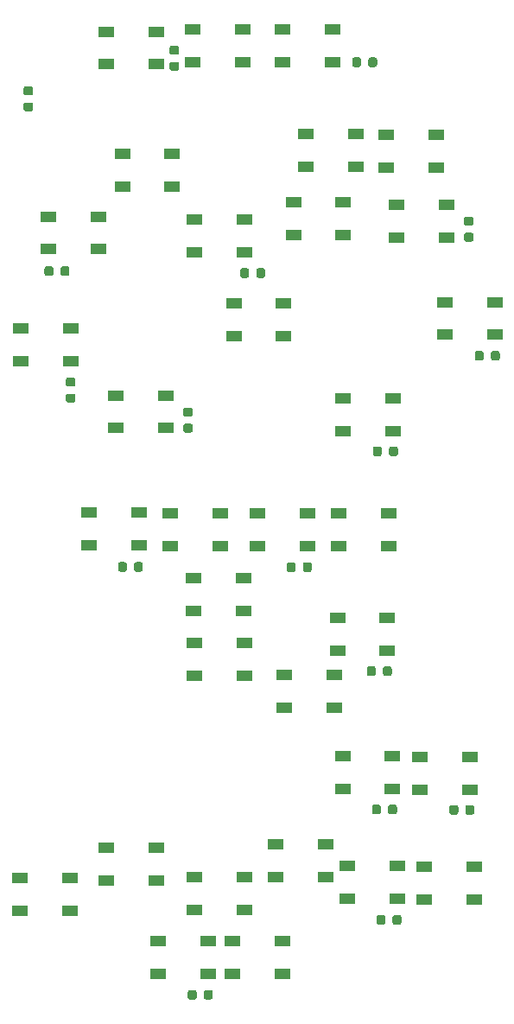
<source format=gbr>
%TF.GenerationSoftware,KiCad,Pcbnew,(5.1.6)-1*%
%TF.CreationDate,2020-12-18T20:13:03+11:00*%
%TF.ProjectId,SIM PWR PCB V2,53494d20-5057-4522-9050-43422056322e,rev?*%
%TF.SameCoordinates,Original*%
%TF.FileFunction,Paste,Top*%
%TF.FilePolarity,Positive*%
%FSLAX46Y46*%
G04 Gerber Fmt 4.6, Leading zero omitted, Abs format (unit mm)*
G04 Created by KiCad (PCBNEW (5.1.6)-1) date 2020-12-18 20:13:03*
%MOMM*%
%LPD*%
G01*
G04 APERTURE LIST*
%ADD10R,1.500000X1.000000*%
G04 APERTURE END LIST*
%TO.C,R1*%
G36*
G01*
X101074510Y-58823440D02*
X101587010Y-58823440D01*
G75*
G02*
X101805760Y-59042190I0J-218750D01*
G01*
X101805760Y-59479690D01*
G75*
G02*
X101587010Y-59698440I-218750J0D01*
G01*
X101074510Y-59698440D01*
G75*
G02*
X100855760Y-59479690I0J218750D01*
G01*
X100855760Y-59042190D01*
G75*
G02*
X101074510Y-58823440I218750J0D01*
G01*
G37*
G36*
G01*
X101074510Y-57248440D02*
X101587010Y-57248440D01*
G75*
G02*
X101805760Y-57467190I0J-218750D01*
G01*
X101805760Y-57904690D01*
G75*
G02*
X101587010Y-58123440I-218750J0D01*
G01*
X101074510Y-58123440D01*
G75*
G02*
X100855760Y-57904690I0J218750D01*
G01*
X100855760Y-57467190D01*
G75*
G02*
X101074510Y-57248440I218750J0D01*
G01*
G37*
%TD*%
%TO.C,C17*%
G36*
G01*
X137032380Y-139173930D02*
X137032380Y-138661430D01*
G75*
G02*
X137251130Y-138442680I218750J0D01*
G01*
X137688630Y-138442680D01*
G75*
G02*
X137907380Y-138661430I0J-218750D01*
G01*
X137907380Y-139173930D01*
G75*
G02*
X137688630Y-139392680I-218750J0D01*
G01*
X137251130Y-139392680D01*
G75*
G02*
X137032380Y-139173930I0J218750D01*
G01*
G37*
G36*
G01*
X135457380Y-139173930D02*
X135457380Y-138661430D01*
G75*
G02*
X135676130Y-138442680I218750J0D01*
G01*
X136113630Y-138442680D01*
G75*
G02*
X136332380Y-138661430I0J-218750D01*
G01*
X136332380Y-139173930D01*
G75*
G02*
X136113630Y-139392680I-218750J0D01*
G01*
X135676130Y-139392680D01*
G75*
G02*
X135457380Y-139173930I0J218750D01*
G01*
G37*
%TD*%
%TO.C,C16*%
G36*
G01*
X118536300Y-146509450D02*
X118536300Y-145996950D01*
G75*
G02*
X118755050Y-145778200I218750J0D01*
G01*
X119192550Y-145778200D01*
G75*
G02*
X119411300Y-145996950I0J-218750D01*
G01*
X119411300Y-146509450D01*
G75*
G02*
X119192550Y-146728200I-218750J0D01*
G01*
X118755050Y-146728200D01*
G75*
G02*
X118536300Y-146509450I0J218750D01*
G01*
G37*
G36*
G01*
X116961300Y-146509450D02*
X116961300Y-145996950D01*
G75*
G02*
X117180050Y-145778200I218750J0D01*
G01*
X117617550Y-145778200D01*
G75*
G02*
X117836300Y-145996950I0J-218750D01*
G01*
X117836300Y-146509450D01*
G75*
G02*
X117617550Y-146728200I-218750J0D01*
G01*
X117180050Y-146728200D01*
G75*
G02*
X116961300Y-146509450I0J218750D01*
G01*
G37*
%TD*%
%TO.C,C15*%
G36*
G01*
X111690800Y-104591830D02*
X111690800Y-104079330D01*
G75*
G02*
X111909550Y-103860580I218750J0D01*
G01*
X112347050Y-103860580D01*
G75*
G02*
X112565800Y-104079330I0J-218750D01*
G01*
X112565800Y-104591830D01*
G75*
G02*
X112347050Y-104810580I-218750J0D01*
G01*
X111909550Y-104810580D01*
G75*
G02*
X111690800Y-104591830I0J218750D01*
G01*
G37*
G36*
G01*
X110115800Y-104591830D02*
X110115800Y-104079330D01*
G75*
G02*
X110334550Y-103860580I218750J0D01*
G01*
X110772050Y-103860580D01*
G75*
G02*
X110990800Y-104079330I0J-218750D01*
G01*
X110990800Y-104591830D01*
G75*
G02*
X110772050Y-104810580I-218750J0D01*
G01*
X110334550Y-104810580D01*
G75*
G02*
X110115800Y-104591830I0J218750D01*
G01*
G37*
%TD*%
%TO.C,C14*%
G36*
G01*
X136590620Y-128356070D02*
X136590620Y-127843570D01*
G75*
G02*
X136809370Y-127624820I218750J0D01*
G01*
X137246870Y-127624820D01*
G75*
G02*
X137465620Y-127843570I0J-218750D01*
G01*
X137465620Y-128356070D01*
G75*
G02*
X137246870Y-128574820I-218750J0D01*
G01*
X136809370Y-128574820D01*
G75*
G02*
X136590620Y-128356070I0J218750D01*
G01*
G37*
G36*
G01*
X135015620Y-128356070D02*
X135015620Y-127843570D01*
G75*
G02*
X135234370Y-127624820I218750J0D01*
G01*
X135671870Y-127624820D01*
G75*
G02*
X135890620Y-127843570I0J-218750D01*
G01*
X135890620Y-128356070D01*
G75*
G02*
X135671870Y-128574820I-218750J0D01*
G01*
X135234370Y-128574820D01*
G75*
G02*
X135015620Y-128356070I0J218750D01*
G01*
G37*
%TD*%
%TO.C,C13*%
G36*
G01*
X144174860Y-128399250D02*
X144174860Y-127886750D01*
G75*
G02*
X144393610Y-127668000I218750J0D01*
G01*
X144831110Y-127668000D01*
G75*
G02*
X145049860Y-127886750I0J-218750D01*
G01*
X145049860Y-128399250D01*
G75*
G02*
X144831110Y-128618000I-218750J0D01*
G01*
X144393610Y-128618000D01*
G75*
G02*
X144174860Y-128399250I0J218750D01*
G01*
G37*
G36*
G01*
X142599860Y-128399250D02*
X142599860Y-127886750D01*
G75*
G02*
X142818610Y-127668000I218750J0D01*
G01*
X143256110Y-127668000D01*
G75*
G02*
X143474860Y-127886750I0J-218750D01*
G01*
X143474860Y-128399250D01*
G75*
G02*
X143256110Y-128618000I-218750J0D01*
G01*
X142818610Y-128618000D01*
G75*
G02*
X142599860Y-128399250I0J218750D01*
G01*
G37*
%TD*%
%TO.C,C12*%
G36*
G01*
X104490100Y-75612970D02*
X104490100Y-75100470D01*
G75*
G02*
X104708850Y-74881720I218750J0D01*
G01*
X105146350Y-74881720D01*
G75*
G02*
X105365100Y-75100470I0J-218750D01*
G01*
X105365100Y-75612970D01*
G75*
G02*
X105146350Y-75831720I-218750J0D01*
G01*
X104708850Y-75831720D01*
G75*
G02*
X104490100Y-75612970I0J218750D01*
G01*
G37*
G36*
G01*
X102915100Y-75612970D02*
X102915100Y-75100470D01*
G75*
G02*
X103133850Y-74881720I218750J0D01*
G01*
X103571350Y-74881720D01*
G75*
G02*
X103790100Y-75100470I0J-218750D01*
G01*
X103790100Y-75612970D01*
G75*
G02*
X103571350Y-75831720I-218750J0D01*
G01*
X103133850Y-75831720D01*
G75*
G02*
X102915100Y-75612970I0J218750D01*
G01*
G37*
%TD*%
%TO.C,C11*%
G36*
G01*
X136082420Y-114795010D02*
X136082420Y-114282510D01*
G75*
G02*
X136301170Y-114063760I218750J0D01*
G01*
X136738670Y-114063760D01*
G75*
G02*
X136957420Y-114282510I0J-218750D01*
G01*
X136957420Y-114795010D01*
G75*
G02*
X136738670Y-115013760I-218750J0D01*
G01*
X136301170Y-115013760D01*
G75*
G02*
X136082420Y-114795010I0J218750D01*
G01*
G37*
G36*
G01*
X134507420Y-114795010D02*
X134507420Y-114282510D01*
G75*
G02*
X134726170Y-114063760I218750J0D01*
G01*
X135163670Y-114063760D01*
G75*
G02*
X135382420Y-114282510I0J-218750D01*
G01*
X135382420Y-114795010D01*
G75*
G02*
X135163670Y-115013760I-218750J0D01*
G01*
X134726170Y-115013760D01*
G75*
G02*
X134507420Y-114795010I0J218750D01*
G01*
G37*
%TD*%
%TO.C,C10*%
G36*
G01*
X105737370Y-86655260D02*
X105224870Y-86655260D01*
G75*
G02*
X105006120Y-86436510I0J218750D01*
G01*
X105006120Y-85999010D01*
G75*
G02*
X105224870Y-85780260I218750J0D01*
G01*
X105737370Y-85780260D01*
G75*
G02*
X105956120Y-85999010I0J-218750D01*
G01*
X105956120Y-86436510D01*
G75*
G02*
X105737370Y-86655260I-218750J0D01*
G01*
G37*
G36*
G01*
X105737370Y-88230260D02*
X105224870Y-88230260D01*
G75*
G02*
X105006120Y-88011510I0J218750D01*
G01*
X105006120Y-87574010D01*
G75*
G02*
X105224870Y-87355260I218750J0D01*
G01*
X105737370Y-87355260D01*
G75*
G02*
X105956120Y-87574010I0J-218750D01*
G01*
X105956120Y-88011510D01*
G75*
G02*
X105737370Y-88230260I-218750J0D01*
G01*
G37*
%TD*%
%TO.C,C9*%
G36*
G01*
X122974720Y-75285890D02*
X122974720Y-75798390D01*
G75*
G02*
X122755970Y-76017140I-218750J0D01*
G01*
X122318470Y-76017140D01*
G75*
G02*
X122099720Y-75798390I0J218750D01*
G01*
X122099720Y-75285890D01*
G75*
G02*
X122318470Y-75067140I218750J0D01*
G01*
X122755970Y-75067140D01*
G75*
G02*
X122974720Y-75285890I0J-218750D01*
G01*
G37*
G36*
G01*
X124549720Y-75285890D02*
X124549720Y-75798390D01*
G75*
G02*
X124330970Y-76017140I-218750J0D01*
G01*
X123893470Y-76017140D01*
G75*
G02*
X123674720Y-75798390I0J218750D01*
G01*
X123674720Y-75285890D01*
G75*
G02*
X123893470Y-75067140I218750J0D01*
G01*
X124330970Y-75067140D01*
G75*
G02*
X124549720Y-75285890I0J-218750D01*
G01*
G37*
%TD*%
%TO.C,C8*%
G36*
G01*
X116720910Y-90301560D02*
X117233410Y-90301560D01*
G75*
G02*
X117452160Y-90520310I0J-218750D01*
G01*
X117452160Y-90957810D01*
G75*
G02*
X117233410Y-91176560I-218750J0D01*
G01*
X116720910Y-91176560D01*
G75*
G02*
X116502160Y-90957810I0J218750D01*
G01*
X116502160Y-90520310D01*
G75*
G02*
X116720910Y-90301560I218750J0D01*
G01*
G37*
G36*
G01*
X116720910Y-88726560D02*
X117233410Y-88726560D01*
G75*
G02*
X117452160Y-88945310I0J-218750D01*
G01*
X117452160Y-89382810D01*
G75*
G02*
X117233410Y-89601560I-218750J0D01*
G01*
X116720910Y-89601560D01*
G75*
G02*
X116502160Y-89382810I0J218750D01*
G01*
X116502160Y-88945310D01*
G75*
G02*
X116720910Y-88726560I218750J0D01*
G01*
G37*
%TD*%
%TO.C,C7*%
G36*
G01*
X128238900Y-104619770D02*
X128238900Y-104107270D01*
G75*
G02*
X128457650Y-103888520I218750J0D01*
G01*
X128895150Y-103888520D01*
G75*
G02*
X129113900Y-104107270I0J-218750D01*
G01*
X129113900Y-104619770D01*
G75*
G02*
X128895150Y-104838520I-218750J0D01*
G01*
X128457650Y-104838520D01*
G75*
G02*
X128238900Y-104619770I0J218750D01*
G01*
G37*
G36*
G01*
X126663900Y-104619770D02*
X126663900Y-104107270D01*
G75*
G02*
X126882650Y-103888520I218750J0D01*
G01*
X127320150Y-103888520D01*
G75*
G02*
X127538900Y-104107270I0J-218750D01*
G01*
X127538900Y-104619770D01*
G75*
G02*
X127320150Y-104838520I-218750J0D01*
G01*
X126882650Y-104838520D01*
G75*
G02*
X126663900Y-104619770I0J218750D01*
G01*
G37*
%TD*%
%TO.C,C6*%
G36*
G01*
X136676780Y-93273590D02*
X136676780Y-92761090D01*
G75*
G02*
X136895530Y-92542340I218750J0D01*
G01*
X137333030Y-92542340D01*
G75*
G02*
X137551780Y-92761090I0J-218750D01*
G01*
X137551780Y-93273590D01*
G75*
G02*
X137333030Y-93492340I-218750J0D01*
G01*
X136895530Y-93492340D01*
G75*
G02*
X136676780Y-93273590I0J218750D01*
G01*
G37*
G36*
G01*
X135101780Y-93273590D02*
X135101780Y-92761090D01*
G75*
G02*
X135320530Y-92542340I218750J0D01*
G01*
X135758030Y-92542340D01*
G75*
G02*
X135976780Y-92761090I0J-218750D01*
G01*
X135976780Y-93273590D01*
G75*
G02*
X135758030Y-93492340I-218750J0D01*
G01*
X135320530Y-93492340D01*
G75*
G02*
X135101780Y-93273590I0J218750D01*
G01*
G37*
%TD*%
%TO.C,C5*%
G36*
G01*
X146669140Y-83903530D02*
X146669140Y-83391030D01*
G75*
G02*
X146887890Y-83172280I218750J0D01*
G01*
X147325390Y-83172280D01*
G75*
G02*
X147544140Y-83391030I0J-218750D01*
G01*
X147544140Y-83903530D01*
G75*
G02*
X147325390Y-84122280I-218750J0D01*
G01*
X146887890Y-84122280D01*
G75*
G02*
X146669140Y-83903530I0J218750D01*
G01*
G37*
G36*
G01*
X145094140Y-83903530D02*
X145094140Y-83391030D01*
G75*
G02*
X145312890Y-83172280I218750J0D01*
G01*
X145750390Y-83172280D01*
G75*
G02*
X145969140Y-83391030I0J-218750D01*
G01*
X145969140Y-83903530D01*
G75*
G02*
X145750390Y-84122280I-218750J0D01*
G01*
X145312890Y-84122280D01*
G75*
G02*
X145094140Y-83903530I0J218750D01*
G01*
G37*
%TD*%
%TO.C,C4*%
G36*
G01*
X144244350Y-71589380D02*
X144756850Y-71589380D01*
G75*
G02*
X144975600Y-71808130I0J-218750D01*
G01*
X144975600Y-72245630D01*
G75*
G02*
X144756850Y-72464380I-218750J0D01*
G01*
X144244350Y-72464380D01*
G75*
G02*
X144025600Y-72245630I0J218750D01*
G01*
X144025600Y-71808130D01*
G75*
G02*
X144244350Y-71589380I218750J0D01*
G01*
G37*
G36*
G01*
X144244350Y-70014380D02*
X144756850Y-70014380D01*
G75*
G02*
X144975600Y-70233130I0J-218750D01*
G01*
X144975600Y-70670630D01*
G75*
G02*
X144756850Y-70889380I-218750J0D01*
G01*
X144244350Y-70889380D01*
G75*
G02*
X144025600Y-70670630I0J218750D01*
G01*
X144025600Y-70233130D01*
G75*
G02*
X144244350Y-70014380I218750J0D01*
G01*
G37*
%TD*%
%TO.C,C3*%
G36*
G01*
X115377250Y-54850780D02*
X115889750Y-54850780D01*
G75*
G02*
X116108500Y-55069530I0J-218750D01*
G01*
X116108500Y-55507030D01*
G75*
G02*
X115889750Y-55725780I-218750J0D01*
G01*
X115377250Y-55725780D01*
G75*
G02*
X115158500Y-55507030I0J218750D01*
G01*
X115158500Y-55069530D01*
G75*
G02*
X115377250Y-54850780I218750J0D01*
G01*
G37*
G36*
G01*
X115377250Y-53275780D02*
X115889750Y-53275780D01*
G75*
G02*
X116108500Y-53494530I0J-218750D01*
G01*
X116108500Y-53932030D01*
G75*
G02*
X115889750Y-54150780I-218750J0D01*
G01*
X115377250Y-54150780D01*
G75*
G02*
X115158500Y-53932030I0J218750D01*
G01*
X115158500Y-53494530D01*
G75*
G02*
X115377250Y-53275780I218750J0D01*
G01*
G37*
%TD*%
%TO.C,C2*%
G36*
G01*
X133952400Y-54633150D02*
X133952400Y-55145650D01*
G75*
G02*
X133733650Y-55364400I-218750J0D01*
G01*
X133296150Y-55364400D01*
G75*
G02*
X133077400Y-55145650I0J218750D01*
G01*
X133077400Y-54633150D01*
G75*
G02*
X133296150Y-54414400I218750J0D01*
G01*
X133733650Y-54414400D01*
G75*
G02*
X133952400Y-54633150I0J-218750D01*
G01*
G37*
G36*
G01*
X135527400Y-54633150D02*
X135527400Y-55145650D01*
G75*
G02*
X135308650Y-55364400I-218750J0D01*
G01*
X134871150Y-55364400D01*
G75*
G02*
X134652400Y-55145650I0J218750D01*
G01*
X134652400Y-54633150D01*
G75*
G02*
X134871150Y-54414400I218750J0D01*
G01*
X135308650Y-54414400D01*
G75*
G02*
X135527400Y-54633150I0J-218750D01*
G01*
G37*
%TD*%
D10*
%TO.C,D34*%
X100510000Y-134823000D03*
X100510000Y-138023000D03*
X105410000Y-134823000D03*
X105410000Y-138023000D03*
%TD*%
%TO.C,D33*%
X108943000Y-131826000D03*
X108943000Y-135026000D03*
X113843000Y-131826000D03*
X113843000Y-135026000D03*
%TD*%
%TO.C,D32*%
X114074000Y-140970000D03*
X114074000Y-144170000D03*
X118974000Y-140970000D03*
X118974000Y-144170000D03*
%TD*%
%TO.C,D31*%
X121361000Y-140970000D03*
X121361000Y-144170000D03*
X126261000Y-140970000D03*
X126261000Y-144170000D03*
%TD*%
%TO.C,D30*%
X117641000Y-134722000D03*
X117641000Y-137922000D03*
X122541000Y-134722000D03*
X122541000Y-137922000D03*
%TD*%
%TO.C,D29*%
X140157000Y-133706000D03*
X140157000Y-136906000D03*
X145057000Y-133706000D03*
X145057000Y-136906000D03*
%TD*%
%TO.C,D28*%
X132588000Y-133655000D03*
X132588000Y-136855000D03*
X137488000Y-133655000D03*
X137488000Y-136855000D03*
%TD*%
%TO.C,D27*%
X125542040Y-131521000D03*
X125542040Y-134721000D03*
X130442040Y-131521000D03*
X130442040Y-134721000D03*
%TD*%
%TO.C,D26*%
X139700000Y-122936000D03*
X139700000Y-126136000D03*
X144600000Y-122936000D03*
X144600000Y-126136000D03*
%TD*%
%TO.C,D25*%
X132131000Y-122885000D03*
X132131000Y-126085000D03*
X137031000Y-122885000D03*
X137031000Y-126085000D03*
%TD*%
%TO.C,D24*%
X131623000Y-109322000D03*
X131623000Y-112522000D03*
X136523000Y-109322000D03*
X136523000Y-112522000D03*
%TD*%
%TO.C,D23*%
X126418000Y-114910000D03*
X126418000Y-118110000D03*
X131318000Y-114910000D03*
X131318000Y-118110000D03*
%TD*%
%TO.C,D22*%
X117630000Y-111811000D03*
X117630000Y-115011000D03*
X122530000Y-111811000D03*
X122530000Y-115011000D03*
%TD*%
%TO.C,D21*%
X117551000Y-105461000D03*
X117551000Y-108661000D03*
X122451000Y-105461000D03*
X122451000Y-108661000D03*
%TD*%
%TO.C,D20*%
X131724000Y-99060000D03*
X131724000Y-102260000D03*
X136624000Y-99060000D03*
X136624000Y-102260000D03*
%TD*%
%TO.C,D19*%
X123788000Y-99086000D03*
X123788000Y-102286000D03*
X128688000Y-99086000D03*
X128688000Y-102286000D03*
%TD*%
%TO.C,D18*%
X115254000Y-99086000D03*
X115254000Y-102286000D03*
X120154000Y-99086000D03*
X120154000Y-102286000D03*
%TD*%
%TO.C,D17*%
X107278000Y-99035000D03*
X107278000Y-102235000D03*
X112178000Y-99035000D03*
X112178000Y-102235000D03*
%TD*%
%TO.C,D16*%
X132209000Y-87833200D03*
X132209000Y-91033200D03*
X137109000Y-87833200D03*
X137109000Y-91033200D03*
%TD*%
%TO.C,D15*%
X142138000Y-78384400D03*
X142138000Y-81584400D03*
X147038000Y-78384400D03*
X147038000Y-81584400D03*
%TD*%
%TO.C,D14*%
X137442000Y-68834000D03*
X137442000Y-72034000D03*
X142342000Y-68834000D03*
X142342000Y-72034000D03*
%TD*%
%TO.C,D13*%
X136398000Y-62026800D03*
X136398000Y-65226800D03*
X141298000Y-62026800D03*
X141298000Y-65226800D03*
%TD*%
%TO.C,D12*%
X127305000Y-68630800D03*
X127305000Y-71830800D03*
X132205000Y-68630800D03*
X132205000Y-71830800D03*
%TD*%
%TO.C,D11*%
X128512000Y-61900000D03*
X128512000Y-65100000D03*
X133412000Y-61900000D03*
X133412000Y-65100000D03*
%TD*%
%TO.C,D10*%
X103327000Y-70002400D03*
X103327000Y-73202400D03*
X108227000Y-70002400D03*
X108227000Y-73202400D03*
%TD*%
%TO.C,D9*%
X100612000Y-80975600D03*
X100612000Y-84175600D03*
X105512000Y-80975600D03*
X105512000Y-84175600D03*
%TD*%
%TO.C,D8*%
X109908000Y-87528400D03*
X109908000Y-90728400D03*
X114808000Y-87528400D03*
X114808000Y-90728400D03*
%TD*%
%TO.C,D7*%
X121463000Y-78486000D03*
X121463000Y-81686000D03*
X126363000Y-78486000D03*
X126363000Y-81686000D03*
%TD*%
%TO.C,D6*%
X117641000Y-70332800D03*
X117641000Y-73532800D03*
X122541000Y-70332800D03*
X122541000Y-73532800D03*
%TD*%
%TO.C,D5*%
X110541000Y-63855600D03*
X110541000Y-67055600D03*
X115441000Y-63855600D03*
X115441000Y-67055600D03*
%TD*%
%TO.C,D4*%
X126226000Y-51689200D03*
X126226000Y-54889200D03*
X131126000Y-51689200D03*
X131126000Y-54889200D03*
%TD*%
%TO.C,D3*%
X117426000Y-51663600D03*
X117426000Y-54863600D03*
X122326000Y-51663600D03*
X122326000Y-54863600D03*
%TD*%
%TO.C,D2*%
X108954000Y-51892400D03*
X108954000Y-55092400D03*
X113854000Y-51892400D03*
X113854000Y-55092400D03*
%TD*%
M02*

</source>
